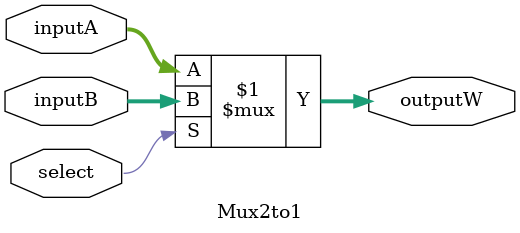
<source format=v>
module Mux2to1 (
    input select,
    input [31:0] inputA,
    input [31:0] inputB,
    output [31:0] outputW
);

    assign outputW = select ? inputB : inputA;

endmodule

</source>
